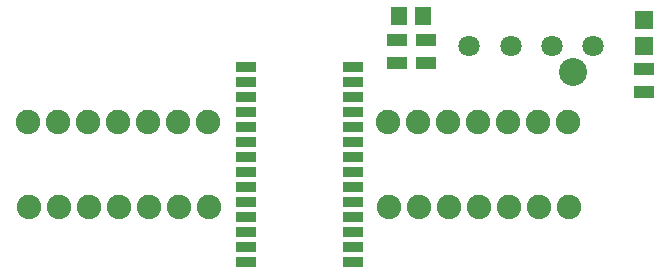
<source format=gbr>
G04 #@! TF.FileFunction,Soldermask,Bot*
%FSLAX46Y46*%
G04 Gerber Fmt 4.6, Leading zero omitted, Abs format (unit mm)*
G04 Created by KiCad (PCBNEW 4.0.7-e2-6376~58~ubuntu16.04.1) date Sat Feb  3 17:42:28 2018*
%MOMM*%
%LPD*%
G01*
G04 APERTURE LIST*
%ADD10C,0.100000*%
%ADD11C,1.797000*%
%ADD12C,2.381000*%
%ADD13R,1.670000X0.908000*%
%ADD14C,2.076400*%
%ADD15R,1.400000X1.650000*%
%ADD16R,1.600000X1.600000*%
%ADD17R,1.700000X1.100000*%
G04 APERTURE END LIST*
D10*
D11*
X195425000Y-104267000D03*
X198925000Y-104267000D03*
D12*
X197175000Y-106497000D03*
D11*
X191925000Y-104267000D03*
X188425000Y-104267000D03*
D13*
X178562000Y-106045000D03*
X178562000Y-107315000D03*
X178562000Y-108585000D03*
X178562000Y-109855000D03*
X178562000Y-111125000D03*
X178562000Y-112395000D03*
X178562000Y-113665000D03*
X178562000Y-114935000D03*
X178562000Y-116205000D03*
X178562000Y-117475000D03*
X178562000Y-118745000D03*
X178562000Y-120015000D03*
X178562000Y-121285000D03*
X178562000Y-122555000D03*
X169519600Y-122555000D03*
X169519600Y-121285000D03*
X169519600Y-120015000D03*
X169519600Y-118745000D03*
X169519600Y-117475000D03*
X169519600Y-116205000D03*
X169519600Y-114935000D03*
X169519600Y-113665000D03*
X169519600Y-112395000D03*
X169519600Y-111125000D03*
X169519600Y-109855000D03*
X169519600Y-108585000D03*
X169519600Y-107315000D03*
X169519600Y-106045000D03*
D14*
X196799200Y-110700820D03*
X194259200Y-110700820D03*
X191719200Y-110700820D03*
X189181740Y-110700820D03*
X186641740Y-110700820D03*
X184101740Y-110700820D03*
X181561740Y-110700820D03*
X181660800Y-117899180D03*
X184200800Y-117899180D03*
X186740800Y-117899180D03*
X189278260Y-117899180D03*
X191818260Y-117899180D03*
X194358260Y-117899180D03*
X196898260Y-117899180D03*
D15*
X182515000Y-101727000D03*
X184515000Y-101727000D03*
D16*
X203200000Y-104224000D03*
X203200000Y-102024000D03*
D14*
X166319200Y-110700820D03*
X163779200Y-110700820D03*
X161239200Y-110700820D03*
X158701740Y-110700820D03*
X156161740Y-110700820D03*
X153621740Y-110700820D03*
X151081740Y-110700820D03*
X151180800Y-117899180D03*
X153720800Y-117899180D03*
X156260800Y-117899180D03*
X158798260Y-117899180D03*
X161338260Y-117899180D03*
X163878260Y-117899180D03*
X166418260Y-117899180D03*
D17*
X184738656Y-103763024D03*
X184738656Y-105663024D03*
X182325656Y-103763024D03*
X182325656Y-105663024D03*
X203200000Y-108138000D03*
X203200000Y-106238000D03*
M02*

</source>
